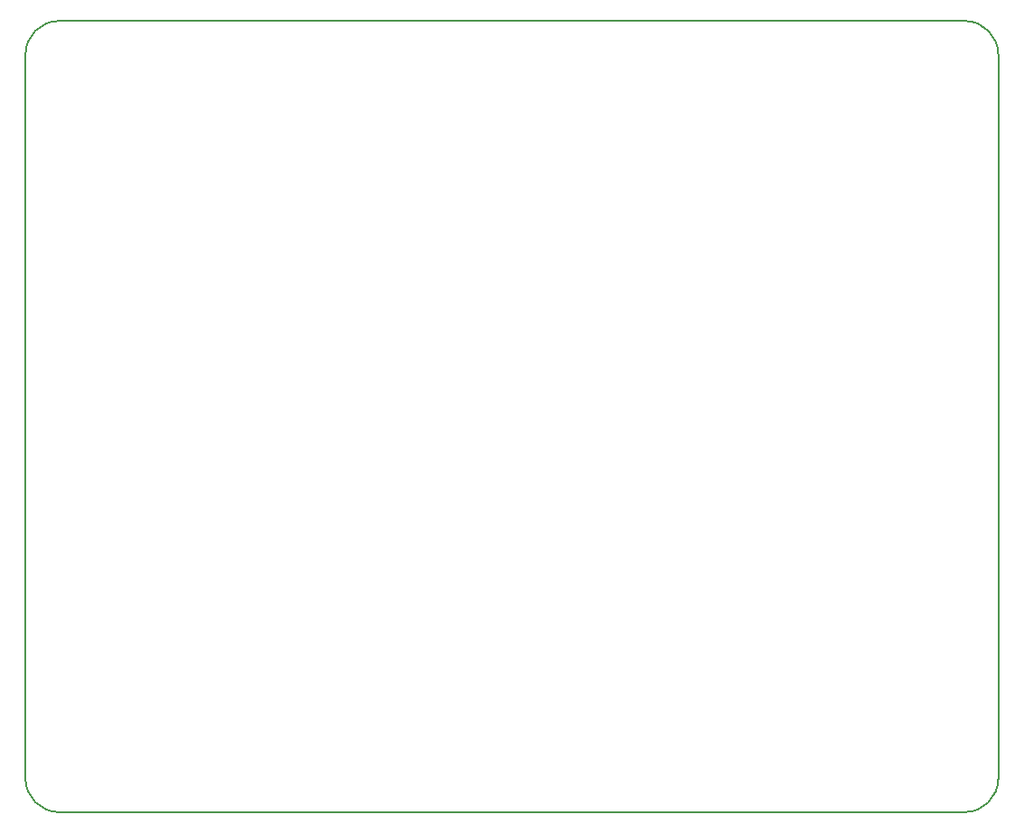
<source format=gko>
G04*
G04 #@! TF.GenerationSoftware,Altium Limited,Altium Designer,19.0.15 (446)*
G04*
G04 Layer_Color=16711935*
%FSLAX25Y25*%
%MOIN*%
G70*
G01*
G75*
%ADD12C,0.00787*%
D12*
X449213Y104331D02*
G03*
X461614Y116732I0J12402D01*
G01*
X461614Y384449D02*
G03*
X449213Y396850I-12402J0D01*
G01*
X114567D02*
G03*
X102165Y384449I0J-12402D01*
G01*
X102165Y116732D02*
G03*
X114567Y104331I12402J0D01*
G01*
X461614Y384449D02*
X461614D01*
Y116732D02*
Y384449D01*
X449213Y104331D02*
Y104331D01*
X114567Y104331D02*
X449213D01*
X114567Y396850D02*
X449213D01*
X102165Y384449D02*
X102165D01*
Y116732D02*
Y384449D01*
M02*

</source>
